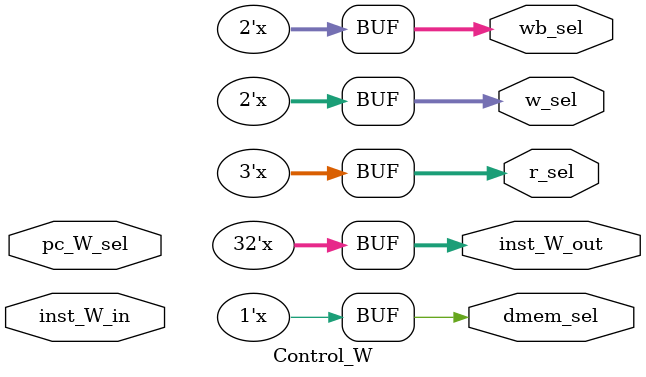
<source format=v>
module Control_W (inst_W_in, pc_W_sel, dmem_sel, w_sel, r_sel, wb_sel, inst_W_out);

    input [31:0] inst_W_in;
    input pc_W_sel;

    output reg dmem_sel;
    output reg [1:0] w_sel;
    output reg [2:0] r_sel;
    output reg [1:0] wb_sel;
    output reg [31:0] inst_W_out;

    // Command Category ----------------------------------------------------------------------
    parameter   
        R       = 5'b01100,
        I_arith = 5'b00100,
        I_load  = 5'b00000,
        S       = 5'b01000,
        B       = 5'b11000,
        JAL     = 5'b11011,
        JALR    = 5'b11001;

    parameter 
        ADD_SUB = 3'b000,   ADDI    = 3'b000,   LB  = 3'b000,   SB  = 3'b000,    BEQ = 3'b000,
        SLL     = 3'b001,   SLLI    = 3'b001,   SH      = 3'b001,   BNE = 3'b001,
        SLT     = 3'b010,   SLTI    = 3'b010,   LH      = 3'b010,   SW  = 3'b010, 
        SLTU    = 3'b011,   SLTIU   = 3'b011,   LW      = 3'b011, 
        XOR     = 3'b100,   XORI    = 3'b100,   LBU     = 3'b100,   BLT = 3'b100,
        SRL_SRA = 3'b101,   SRLI_SRAI = 3'b101, LHU     = 3'b101,   BGE = 3'b101, 
        OR      = 3'b110,   ORI     = 3'b110,   BLTU    = 3'b110,
        AND     = 3'b111,   ANDI    = 3'b111,   BGEU    = 3'b111;

    // data_out = DmemSel_WSel_RSel_WBSel ----------------------------------------------------
    reg [7:0] data_out;
    reg [31:0] temp; 

    always@ (*) begin
        case (inst_W_in[6:2])
            R: begin
            // data_out = DmemSel_WSel_RSel_WBSel
                case (inst_W_in[14:12])
                    ADD_SUB: begin
                        if (inst_W_in[30] == 0)  
                                data_out <= 8'b0_11_111_01;
                        else    data_out <= 8'b0_11_111_01;
                    end
                    SLL:        data_out <= 8'b0_11_111_01;
                    SLT:        data_out <= 8'b0_11_111_01;
                    SLTU:       data_out <= 8'b0_11_111_01;
                    XOR:        data_out <= 8'b0_11_111_01;
                    SRL_SRA: begin
                        if (inst_W_in[30] == 0)
                                data_out <= 8'b0_11_111_01;
                        else    data_out <= 8'b0_11_111_01;
                    end
                    OR:         data_out <= 8'b0_11_111_01;
                    AND:        data_out <= 8'b0_11_111_01;
                endcase
                temp <= inst_W_in;
            end

            I_arith: begin
            // data_out = DmemSel_WSel_RSel_WBSel
                case (inst_W_in[14:12])
                    ADDI:       data_out <= 8'b0_11_111_01;
                    SLTI:       data_out <= 8'b0_11_111_01;
                    SLTIU:      data_out <= 8'b0_11_111_01;
                    XORI:       data_out <= 8'b0_11_111_01;
                    ORI:        data_out <= 8'b0_11_111_01;
                    ANDI:       data_out <= 8'b0_11_111_01;
                    // SLLI:   data_out <=
                    // SRLI_SRAI: begin
                    //     if (inst_W_in[30] == 0)  data_out <=
                    //     else    data_out <=
                    // end
                endcase
                temp <= inst_W_in;
            end

            I_load: begin
            // data_out = DmemSel_WSel_RSel_WBSel
                case (inst_W_in[14:12])
                    LB:         data_out <= 8'b0_11_000_00;
                    LH:         data_out <= 8'b0_11_010_00;
                    LW:         data_out <= 8'b0_11_011_00;
                    LBU:        data_out <= 8'b0_11_100_00;
                    LHU:        data_out <= 8'b0_11_101_00;
                endcase
                temp <= inst_W_in;
            end

            S: begin
            // data_out = DmemSel_WSel_RSel_WBSel
                case (inst_W_in[14:12])
                    SB:         data_out <= 8'b1_00_111_11;
                    SH:         data_out <= 8'b1_01_111_11;
                    SW:         data_out <= 8'b1_10_111_11;
                endcase
                temp <= 32'b0;
            end

            /********************************************************************************************************
             *                  BRANCH INSTRUCTIONS DOES NOT ACCESS DMEM AND WRITE BACK TO REGISTERS                *
             ********************************************************************************************************/

            // B: begin
            //     case (inst_W_in[14:12])
            //         BEQ: begin
            //             if (BrEq == 1)   
            //                     data_out <= 8'b1_010_0_1_1_1_0000_0_11_111_00;
            //             else    data_out <= 8'b0_111_0_1_0_0_0000_0_11_111_00;
            //         end
            //         BNE: begin
            //             if (BrEq == 0)   
            //                     data_out <= 8'b1_010_0_1_1_1_0000_0_11_111_00;
            //             else    data_out <= 8'b0_111_0_1_0_0_0000_0_11_111_00;
            //         end 
            //         BLT: begin
            //             if ((BrEq == 0) && (BrLt == 1))
            //                     data_out <= 8'b1_010_0_1_1_1_0000_0_11_111_00;
            //             else    data_out <= 8'b0_111_0_1_0_0_0000_0_11_111_00;
            //         end
            //         BGE: begin
            //             if ((BrEq == 1) || (BrLt == 0))     
            //                     data_out <= 8'b1_010_0_1_1_1_0000_0_11_111_00;
            //             else    data_out <= 8'b0_111_0_1_0_0_0000_0_11_111_00;
            //         end
            //         BLTU: begin
            //             if ((BrEq == 0) && (BrLt == 1)) 
            //                     data_out <= 8'b1_010_0_0_1_1_0000_0_11_111_00;
            //             else    data_out <= 8'b0_111_0_0_0_0_0000_0_11_111_00;
            //         end
            //         BGEU: begin
            //             if ((BrEq == 1) || (BrLt == 0))
            //                     data_out <= 8'b1_010_0_0_1_1_0000_0_11_111_00;
            //             else    data_out <= 8'b0_111_0_0_0_0_0000_0_11_111_00;
            //         end
            //     endcase
            // end

            
            JAL: begin
            // data_out = DmemSel_WSel_RSel_WBSel
                data_out <= 8'b0_11_111_10;
                temp <= inst_W_in;
            end
            
            JALR: begin
            // data_out = DmemSel_WSel_RSel_WBSel
                data_out <= 8'b0_11_111_10;
                temp <= inst_W_in;
            end   
        endcase

        //  Assign value of every single output: 
        dmem_sel    <= data_out[7];
        w_sel       <= data_out[6:5];
        r_sel       <= data_out[4:2];
        wb_sel      <= data_out[1:0];

        inst_W_out <= temp;
    end

endmodule
</source>
